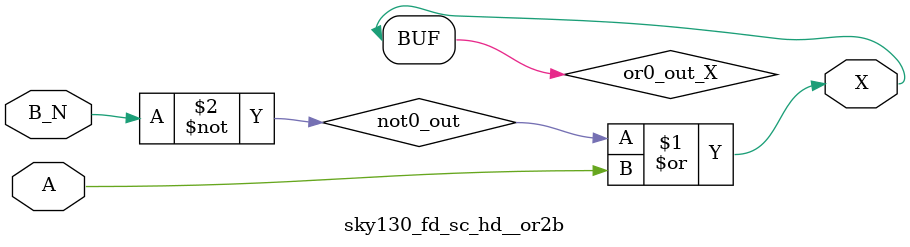
<source format=v>
/*
 * Copyright 2020 The SkyWater PDK Authors
 *
 * Licensed under the Apache License, Version 2.0 (the "License");
 * you may not use this file except in compliance with the License.
 * You may obtain a copy of the License at
 *
 *     https://www.apache.org/licenses/LICENSE-2.0
 *
 * Unless required by applicable law or agreed to in writing, software
 * distributed under the License is distributed on an "AS IS" BASIS,
 * WITHOUT WARRANTIES OR CONDITIONS OF ANY KIND, either express or implied.
 * See the License for the specific language governing permissions and
 * limitations under the License.
 *
 * SPDX-License-Identifier: Apache-2.0
*/


`ifndef SKY130_FD_SC_HD__OR2B_FUNCTIONAL_V
`define SKY130_FD_SC_HD__OR2B_FUNCTIONAL_V

/**
 * or2b: 2-input OR, first input inverted.
 *
 * Verilog simulation functional model.
 */

`timescale 1ns / 1ps
`default_nettype none

`celldefine
module sky130_fd_sc_hd__or2b (
    X  ,
    A  ,
    B_N
);

    // Module ports
    output X  ;
    input  A  ;
    input  B_N;

    // Local signals
    wire not0_out ;
    wire or0_out_X;

    //  Name  Output     Other arguments
    not not0 (not0_out , B_N            );
    or  or0  (or0_out_X, not0_out, A    );
    buf buf0 (X        , or0_out_X      );

endmodule
`endcelldefine

`default_nettype wire
`endif  // SKY130_FD_SC_HD__OR2B_FUNCTIONAL_V

</source>
